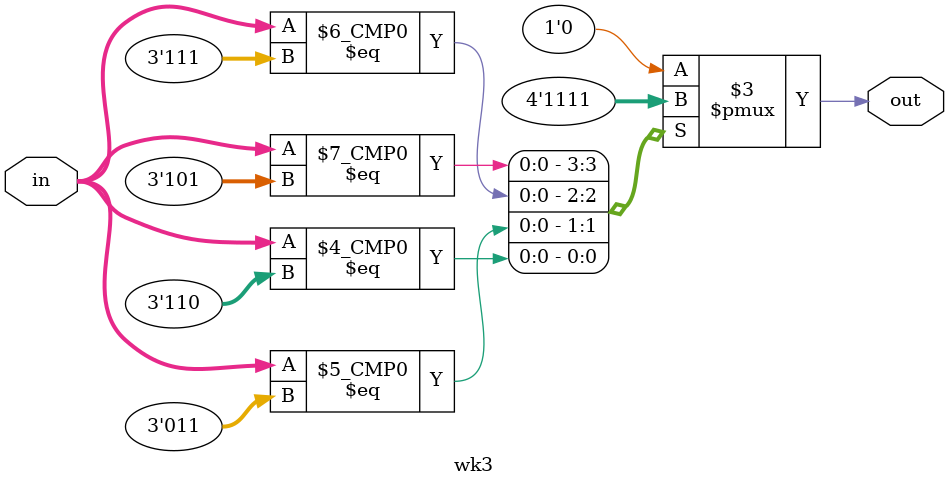
<source format=v>
module wk3(
    input wire [2:0] in,
    output reg out
);

always @(*) begin
    case(in)
        3'b101: begin
            out = 1'b1;
        end
        3'b111: begin
            out = 1'b1;
        end
        3'b011: begin
            out = 1'b1;
        end
        3'b110: begin
            out = 1'b1;
        end
        default: begin
            out = 1'b0;
        end
    endcase
end

endmodule

</source>
